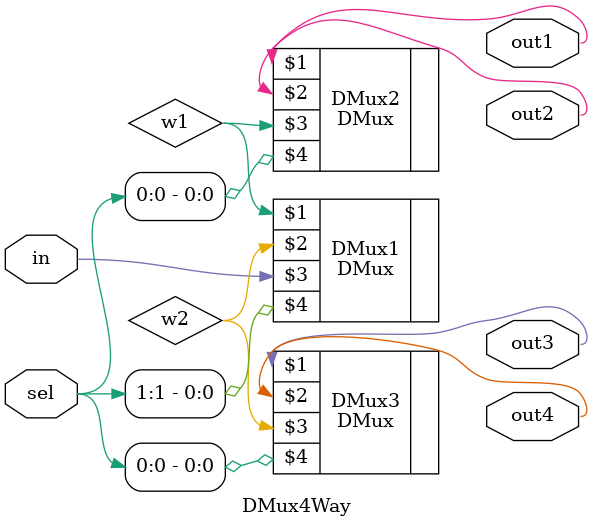
<source format=v>
/* módulo DMux4Way */

`ifndef _DMux4Way_
`define _DMux4Way_
`include "DMux.v"

module DMux4Way(out1, out2, out3, out4, in, sel);
    input in ;
    input [1:0] sel;
    output out1, out2, out3, out4;
    wire w1, w2;

    // Descrição de conexões internas do módulo

    DMux DMux1(w1,w2, in, sel[1]);
    DMux DMux2(out1,out2, w1, sel[0]);
    DMux DMux3(out3,out4, w2, sel[0]);
endmodule

`endif
</source>
